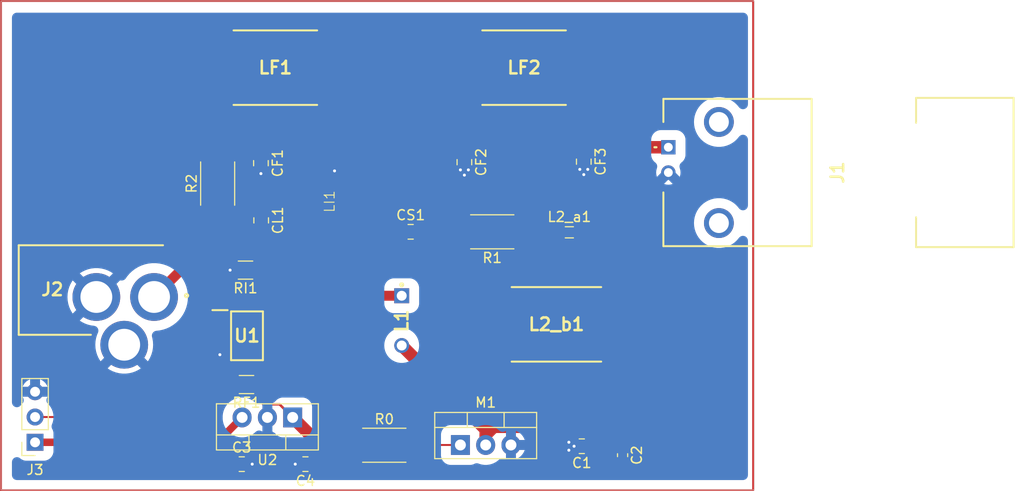
<source format=kicad_pcb>
(kicad_pcb (version 20240108) (generator "pcbnew") (generator_version "8.0")
  (title_block (title "10-meter band Class E amplifier (28-28.5 MHz)") (date "2024-11-20") (rev "alpha") (company "Ben Goldberg") (comment 1 "Input: 3V3 from RPi running FT8Pi") (comment 2 "Four modules: preamp, 12W Class E, impedance matching, low pass filter"))
  (layers (0 "F.Cu" signal) (31 "B.Cu" signal) (36 "B.SilkS" user "B.Silkscreen") (37 "F.SilkS" user "F.Silkscreen") (38 "B.Mask" user) (39 "F.Mask" user) (44 "Edge.Cuts" user))
  (net 0 "")
  (net 1 "0")
  (net 2 "Net-(U1-IN-)")
  (net 3 "Net-(U1-OUT)")
  (net 4 "Net-(C2-Pad1)")
  (net 5 "Net-(J3-Pin_1)")
  (net 6 "Net-(CF1-Pad1)")
  (net 7 "Net-(CF2-Pad1)")
  (net 8 "Net-(CL1-Pad1)")
  (net 9 "Net-(J1-In)")
  (net 10 "Net-(CL1-Pad2)")
  (net 11 "Net-(CS1-Pad2)")
  (net 12 "Net-(J2-POWER)")
  (net 13 "Net-(J3-Pin_2)")
  (net 14 "Net-(L2_a1-Pad1)")
  (net 15 "Net-(M1-G)")
  (net 16 "Net-(M1-S)")
  (footprint "Resistor_SMD:R_2512_6332Metric_Pad1.40x3.35mm_HandSolder" (layer "F.Cu") (at 143.45 100.45)
    (property "Reference" "R0" (at 0 -2.62 0) (layer "F.SilkS"))
    (property "Value" "0")
    (fp_line (start -2.177064 -1.71) (end 2.177064 -1.71) (stroke (width 0.12)) (layer "F.SilkS"))
    (fp_line (start -2.177064 1.71) (end 2.177064 1.71) (stroke (width 0.12)) (layer "F.SilkS"))
    (pad "1" smd roundrect (at -3.05 0) (size 1.4 3.35) (layers "F.Cu" "F.Paste" "F.Mask") (roundrect_rratio 0.178571) (net 3 "Net-(U1-OUT)"))
    (pad "2" smd roundrect (at 3.05 0) (size 1.4 3.35) (layers "F.Cu" "F.Paste" "F.Mask") (roundrect_rratio 0.178571) (net 15 "Net-(M1-G)"))
  )
  (footprint "Capacitor_SMD:C_0805_2012Metric_Pad1.18x1.45mm_HandSolder" (layer "F.Cu") (at 146.1 79)
    (property "Reference" "CS1" (at 0 -1.68 0) (layer "F.SilkS"))
    (property "Value" "200p")
    (fp_line (start -0.261252 -0.735) (end 0.261252 -0.735) (stroke (width 0.12)) (layer "F.SilkS"))
    (fp_line (start -0.261252 0.735) (end 0.261252 0.735) (stroke (width 0.12)) (layer "F.SilkS"))
    (pad "1" smd roundrect (at -1.0375 0) (size 1.175 1.45) (layers "F.Cu" "F.Paste" "F.Mask") (roundrect_rratio 0.212766) (net 10 "Net-(CL1-Pad2)"))
    (pad "2" smd roundrect (at 1.0375 0) (size 1.175 1.45) (layers "F.Cu" "F.Paste" "F.Mask") (roundrect_rratio 0.212766) (net 11 "Net-(CS1-Pad2)"))
  )
  (footprint "Connector_PinSocket_2.54mm:PinSocket_1x03_P2.54mm_Vertical" (layer "F.Cu") (at 108.35 100.155 180)
    (property "Reference" "J3" (at 0 -2.77 0) (layer "F.SilkS"))
    (property "Value" "Conn_01x03_Socket")
    (fp_line (start 1.33 1.27) (end 1.33 6.41) (stroke (width 0.12)) (layer "F.SilkS"))
    (fp_line (start 1.33 -1.33) (end 1.33 0) (stroke (width 0.12)) (layer "F.SilkS"))
    (fp_line (start 0 -1.33) (end 1.33 -1.33) (stroke (width 0.12)) (layer "F.SilkS"))
    (fp_line (start -1.33 6.41) (end 1.33 6.41) (stroke (width 0.12)) (layer "F.SilkS"))
    (fp_line (start -1.33 1.27) (end 1.33 1.27) (stroke (width 0.12)) (layer "F.SilkS"))
    (fp_line (start -1.33 1.27) (end -1.33 6.41) (stroke (width 0.12)) (layer "F.SilkS"))
    (pad "1" thru_hole rect (at 0 0 180) (size 1.7 1.7) (drill 1) (layers "*.Cu" "*.Mask") (net 5 "Net-(J3-Pin_1)"))
    (pad "2" thru_hole oval (at 0 2.54 180) (size 1.7 1.7) (drill 1) (layers "*.Cu" "*.Mask") (net 13 "Net-(J3-Pin_2)"))
    (pad "3" thru_hole oval (at 0 5.08 180) (size 1.7 1.7) (drill 1) (layers "*.Cu" "*.Mask") (net 1 "0"))
  )
  (footprint "Capacitor_SMD:C_0805_2012Metric_Pad1.18x1.45mm_HandSolder" (layer "F.Cu") (at 135.525 102.35 180)
    (property "Reference" "C4" (at 0 -1.68 180) (layer "F.SilkS"))
    (property "Value" "0.33u")
    (fp_line (start -0.261252 0.735) (end 0.261252 0.735) (stroke (width 0.12)) (layer "F.SilkS"))
    (fp_line (start -0.261252 -0.735) (end 0.261252 -0.735) (stroke (width 0.12)) (layer "F.SilkS"))
    (pad "1" smd roundrect (at -1.0375 0 180) (size 1.175 1.45) (layers "F.Cu" "F.Paste" "F.Mask") (roundrect_rratio 0.212766) (net 12 "Net-(J2-POWER)"))
    (pad "2" smd roundrect (at 1.0375 0 180) (size 1.175 1.45) (layers "F.Cu" "F.Paste" "F.Mask") (roundrect_rratio 0.212766) (net 1 "0"))
  )
  (footprint "wireinductor0:2929SQ391GEC" (layer "F.Cu") (at 132.5 62.5 180)
    (property "Reference" "LF1" (at 0 0 0) (layer "F.SilkS") (effects (font (size 1.27 1.27) (thickness 0.254))))
    (property "Value" "390n" (hide yes))
    (fp_line (start 4.2 3.745) (end -4.2 3.745) (stroke (width 0.2)) (layer "F.SilkS"))
    (fp_line (start -4.2 -3.745) (end 4.2 -3.745) (stroke (width 0.2)) (layer "F.SilkS"))
    (pad "1" smd rect (at -5.78 0 180) (size 2.29 8.26) (layers "F.Cu" "F.Paste" "F.Mask") (net 7 "Net-(CF2-Pad1)"))
    (pad "2" smd rect (at 5.78 0 180) (size 2.29 8.26) (layers "F.Cu" "F.Paste" "F.Mask") (net 6 "Net-(CF1-Pad1)"))
  )
  (footprint "Capacitor_SMD:C_0805_2012Metric_Pad1.18x1.45mm_HandSolder" (layer "F.Cu") (at 163.3 100.55 180)
    (property "Reference" "C1" (at 0 -1.68 180) (layer "F.SilkS"))
    (property "Value" "10p")
    (fp_line (start -0.261252 0.735) (end 0.261252 0.735) (stroke (width 0.12)) (layer "F.SilkS"))
    (fp_line (start -0.261252 -0.735) (end 0.261252 -0.735) (stroke (width 0.12)) (layer "F.SilkS"))
    (pad "1" smd roundrect (at -1.0375 0 180) (size 1.175 1.45) (layers "F.Cu" "F.Paste" "F.Mask") (roundrect_rratio 0.212766) (net 16 "Net-(M1-S)"))
    (pad "2" smd roundrect (at 1.0375 0 180) (size 1.175 1.45) (layers "F.Cu" "F.Paste" "F.Mask") (roundrect_rratio 0.212766) (net 1 "0"))
  )
  (footprint "wireinductor1:2929SQ501GEC" (layer "F.Cu") (at 160.75 88.3)
    (property "Reference" "L2_b1" (at 0 0 0) (layer "F.SilkS") (effects (font (size 1.27 1.27) (thickness 0.254))))
    (property "Value" "500n" (hide yes))
    (fp_line (start -4.5 -3.745) (end 4.5 -3.745) (stroke (width 0.2)) (layer "F.SilkS"))
    (fp_line (start -4.5 3.745) (end 4.5 3.745) (stroke (width 0.2)) (layer "F.SilkS"))
    (pad "1" smd rect (at -6.605 0) (size 2.29 8.26) (layers "F.Cu" "F.Paste" "F.Mask") (net 14 "Net-(L2_a1-Pad1)"))
    (pad "2" smd rect (at 6.605 0) (size 2.29 8.26) (layers "F.Cu" "F.Paste" "F.Mask") (net 4 "Net-(C2-Pad1)"))
  )
  (footprint "Capacitor_SMD:C_0805_2012Metric_Pad1.18x1.45mm_HandSolder" (layer "F.Cu") (at 131.075 77.85 -90)
    (property "Reference" "CL1" (at 0 -1.68 -90) (layer "F.SilkS"))
    (property "Value" "110p")
    (fp_line (start -0.261252 0.735) (end 0.261252 0.735) (stroke (width 0.12)) (layer "F.SilkS"))
    (fp_line (start -0.261252 -0.735) (end 0.261252 -0.735) (stroke (width 0.12)) (layer "F.SilkS"))
    (pad "1" smd roundrect (at -1.0375 0 270) (size 1.175 1.45) (layers "F.Cu" "F.Paste" "F.Mask") (roundrect_rratio 0.212766) (net 8 "Net-(CL1-Pad1)"))
    (pad "2" smd roundrect (at 1.0375 0 270) (size 1.175 1.45) (layers "F.Cu" "F.Paste" "F.Mask") (roundrect_rratio 0.212766) (net 10 "Net-(CL1-Pad2)"))
  )
  (footprint "Resistor_SMD:R_2512_6332Metric_Pad1.40x3.35mm_HandSolder" (layer "F.Cu") (at 154.3 79 180)
    (property "Reference" "R1" (at 0 -2.62 180) (layer "F.SilkS"))
    (property "Value" "0")
    (fp_line (start -2.177064 1.71) (end 2.177064 1.71) (stroke (width 0.12)) (layer "F.SilkS"))
    (fp_line (start -2.177064 -1.71) (end 2.177064 -1.71) (stroke (width 0.12)) (layer "F.SilkS"))
    (pad "1" smd roundrect (at -3.05 0 180) (size 1.4 3.35) (layers "F.Cu" "F.Paste" "F.Mask") (roundrect_rratio 0.178571) (net 14 "Net-(L2_a1-Pad1)"))
    (pad "2" smd roundrect (at 3.05 0 180) (size 1.4 3.35) (layers "F.Cu" "F.Paste" "F.Mask") (roundrect_rratio 0.178571) (net 11 "Net-(CS1-Pad2)"))
  )
  (footprint "Capacitor_SMD:C_0805_2012Metric_Pad1.18x1.45mm_HandSolder" (layer "F.Cu") (at 131.05 72.1 -90)
    (property "Reference" "CF1" (at 0 -1.68 -90) (layer "F.SilkS"))
    (property "Value" "120p")
    (fp_line (start -0.261252 0.735) (end 0.261252 0.735) (stroke (width 0.12)) (layer "F.SilkS"))
    (fp_line (start -0.261252 -0.735) (end 0.261252 -0.735) (stroke (width 0.12)) (layer "F.SilkS"))
    (pad "1" smd roundrect (at -1.0375 0 270) (size 1.175 1.45) (layers "F.Cu" "F.Paste" "F.Mask") (roundrect_rratio 0.212766) (net 6 "Net-(CF1-Pad1)"))
    (pad "2" smd roundrect (at 1.0375 0 270) (size 1.175 1.45) (layers "F.Cu" "F.Paste" "F.Mask") (roundrect_rratio 0.212766) (net 1 "0"))
  )
  (footprint "Package_TO_SOT_THT:TO-220-3_Vertical" (layer "F.Cu") (at 151.1 100.425)
    (property "Reference" "M1" (at 2.54 -4.27 360) (layer "F.SilkS"))
    (property "Value" "RD16HHF1")
    (fp_line (start -2.58 -3.27) (end -2.58 1.371) (stroke (width 0.12)) (layer "F.SilkS"))
    (fp_line (start -2.58 -3.27) (end 7.66 -3.27) (stroke (width 0.12)) (layer "F.SilkS"))
    (fp_line (start -2.58 -1.76) (end 7.66 -1.76) (stroke (width 0.12)) (layer "F.SilkS"))
    (fp_line (start -2.58 1.371) (end 7.66 1.371) (stroke (width 0.12)) (layer "F.SilkS"))
    (fp_line (start 0.69 -3.27) (end 0.69 -1.76) (stroke (width 0.12)) (layer "F.SilkS"))
    (fp_line (start 4.391 -3.27) (end 4.391 -1.76) (stroke (width 0.12)) (layer "F.SilkS"))
    (fp_line (start 7.66 -3.27) (end 7.66 1.371) (stroke (width 0.12)) (layer "F.SilkS"))
    (pad "1" thru_hole oval (at 2.54 0) (size 1.905 2) (drill 1.1) (layers "*.Cu" "*.Mask") (net 16 "Net-(M1-S)"))
    (pad "2" thru_hole rect (at 0 0) (size 1.905 2) (drill 1.1) (layers "*.Cu" "*.Mask") (net 15 "Net-(M1-G)"))
    (pad "3" thru_hole oval (at 5.08 0) (size 1.905 2) (drill 1.1) (layers "*.Cu" "*.Mask") (net 1 "0"))
  )
  (footprint "barreljack:694106301002_1" (layer "F.Cu") (at 106.7095 89.35)
    (property "Reference" "J2" (at 3.376 -4.559 0) (layer "F.SilkS") (effects (font (size 1.27 1.27) (thickness 0.254))))
    (property "Value" "694106301002" (hide yes))
    (fp_line (start 0 -9) (end 14.5 -9) (stroke (width 0.2)) (layer "F.SilkS"))
    (fp_line (start 0 0) (end 0 -9) (stroke (width 0.2)) (layer "F.SilkS"))
    (fp_line (start 7.25 0) (end 0 0) (stroke (width 0.2)) (layer "F.SilkS"))
    (fp_circle (center 16.867 -3.939) (end 16.867 -3.875) (stroke (width 0.2)) (fill none) (layer "F.SilkS"))
    (pad "1" thru_hole circle (at 13.6 -3.8) (size 4.8 4.8) (drill 3.2) (layers "*.Cu" "*.Mask") (net 12 "Net-(J2-POWER)"))
    (pad "2" thru_hole circle (at 7.8 -3.8) (size 4.8 4.8) (drill 3.2) (layers "*.Cu" "*.Mask") (net 1 "0"))
    (pad "3" thru_hole circle (at 10.6 1) (size 4.8 4.8) (drill 3.2) (layers "*.Cu" "*.Mask") (net 1 "0"))
  )
  (footprint "Capacitor_SMD:C_0805_2012Metric_Pad1.18x1.45mm_HandSolder" (layer "F.Cu") (at 129.125 102.35)
    (property "Reference" "C3" (at 0 -1.68 0) (layer "F.SilkS"))
    (property "Value" "0.1u")
    (fp_line (start -0.261252 -0.735) (end 0.261252 -0.735) (stroke (width 0.12)) (layer "F.SilkS"))
    (fp_line (start -0.261252 0.735) (end 0.261252 0.735) (stroke (width 0.12)) (layer "F.SilkS"))
    (pad "1" smd roundrect (at -1.0375 0) (size 1.175 1.45) (layers "F.Cu" "F.Paste" "F.Mask") (roundrect_rratio 0.212766) (net 5 "Net-(J3-Pin_1)"))
    (pad "2" smd roundrect (at 1.0375 0) (size 1.175 1.45) (layers "F.Cu" "F.Paste" "F.Mask") (roundrect_rratio 0.212766) (net 1 "0"))
  )
  (footprint "BNC:CONBNC002" (layer "F.Cu") (at 172 70.5 -90)
    (property "Reference" "J1" (at 2.54 -16.989 90) (layer "F.SilkS") (effects (font (size 1.27 1.27) (thickness 0.254))))
    (property "Value" "Conn_Coaxial_Small" (hide yes))
    (fp_line (start 0 1.4) (end 0 1.2) (stroke (width 0.2)) (layer "F.SilkS"))
    (fp_line (start 0 1.2) (end 0 1.4) (stroke (width 0.2)) (layer "F.SilkS"))
    (fp_line (start -4.86 0.5) (end -2.54 0.5) (stroke (width 0.2)) (layer "F.SilkS"))
    (fp_line (start -4.86 0.5) (end -4.86 -14.4) (stroke (width 0.2)) (layer "F.SilkS"))
    (fp_line (start 9.94 0.5) (end 4.54 0.5) (stroke (width 0.2)) (layer "F.SilkS"))
    (fp_line (start -4.86 -14.4) (end 9.94 -14.4) (stroke (width 0.2)) (layer "F.SilkS"))
    (fp_line (start 9.94 -14.4) (end 9.94 0.5) (stroke (width 0.2)) (layer "F.SilkS"))
    (fp_line (start -4.96 -24.9) (end -4.96 -34.7) (stroke (width 0.2)) (layer "F.SilkS"))
    (fp_line (start -2.46 -24.9) (end -4.96 -24.9) (stroke (width 0.2)) (layer "F.SilkS"))
    (fp_line (start 7.54 -24.9) (end 7.04 -24.9) (stroke (width 0.2)) (layer "F.SilkS"))
    (fp_line (start 10.04 -24.9) (end 7.54 -24.9) (stroke (width 0.2)) (layer "F.SilkS"))
    (fp_line (start -4.96 -34.7) (end 10.04 -34.7) (stroke (width 0.2)) (layer "F.SilkS"))
    (fp_line (start 10.04 -34.7) (end 10.04 -24.9) (stroke (width 0.2)) (layer "F.SilkS"))
    (pad "1" thru_hole rect (at 0 0 270) (size 1.446 1.446) (drill 0.89) (layers "*.Cu" "*.Mask") (net 9 "Net-(J1-In)"))
    (pad "2" thru_hole circle (at 2.54 0 270) (size 1.446 1.446) (drill 0.89) (layers "*.Cu" "*.Mask") (net 1 "0"))
    (pad "MH1" thru_hole circle (at -2.54 -5.08 270) (size 3 3) (drill 2) (layers "*.Cu" "*.Mask"))
    (pad "MH2" thru_hole circle (at 7.62 -5.08 270) (size 3 3) (drill 2) (layers "*.Cu" "*.Mask"))
  )
  (footprint "Capacitor_SMD:C_0805_2012Metric_Pad1.18x1.45mm_HandSolder" (layer "F.Cu") (at 151.5 72 -90)
    (property "Reference" "CF2" (at 0 -1.68 -90) (layer "F.SilkS"))
    (property "Value" "220p")
    (fp_line (start -0.261252 0.735) (end 0.261252 0.735) (stroke (width 0.12)) (layer "F.SilkS"))
    (fp_line (start -0.261252 -0.735) (end 0.261252 -0.735) (stroke (width 0.12)) (layer "F.SilkS"))
    (pad "1" smd roundrect (at -1.0375 0 270) (size 1.175 1.45) (layers "F.Cu" "F.Paste" "F.Mask") (roundrect_rratio 0.212766) (net 7 "Net-(CF2-Pad1)"))
    (pad "2" smd roundrect (at 1.0375 0 270) (size 1.175 1.45) (layers "F.Cu" "F.Paste" "F.Mask") (roundrect_rratio 0.212766) (net 1 "0"))
  )
  (footprint "Capacitor_SMD:C_0805_2012Metric_Pad1.18x1.45mm_HandSolder" (layer "F.Cu") (at 163.5 71.95 -90)
    (property "Reference" "CF3" (at 0 -1.68 -90) (layer "F.SilkS"))
    (property "Value" "120p")
    (fp_line (start -0.261252 0.735) (end 0.261252 0.735) (stroke (width 0.12)) (layer "F.SilkS"))
    (fp_line (start -0.261252 -0.735) (end 0.261252 -0.735) (stroke (width 0.12)) (layer "F.SilkS"))
    (pad "1" smd roundrect (at -1.0375 0 270) (size 1.175 1.45) (layers "F.Cu" "F.Paste" "F.Mask") (roundrect_rratio 0.212766) (net 9 "Net-(J1-In)"))
    (pad "2" smd roundrect (at 1.0375 0 270) (size 1.175 1.45) (layers "F.Cu" "F.Paste" "F.Mask") (roundrect_rratio 0.212766) (net 1 "0"))
  )
  (footprint "LT1818:SOIC127P599X175-8N" (layer "F.Cu") (at 129.65 89.45)
    (property "Reference" "U1" (at 0 0 360) (layer "F.SilkS") (effects (font (size 1.27 1.27) (thickness 0.254))))
    (property "Value" "LT1818" (hide yes))
    (fp_line (start -3.475 -2.58) (end -1.95 -2.58) (stroke (width 0.2)) (layer "F.SilkS"))
    (fp_line (start -1.6 -2.451) (end 1.6 -2.451) (stroke (width 0.2)) (layer "F.SilkS"))
    (fp_line (start -1.6 2.451) (end -1.6 -2.451) (stroke (width 0.2)) (layer "F.SilkS"))
    (fp_line (start 1.6 -2.451) (end 1.6 2.451) (stroke (width 0.2)) (layer "F.SilkS"))
    (fp_line (start 1.6 2.451) (end -1.6 2.451) (stroke (width 0.2)) (layer "F.SilkS"))
    (pad "1" smd rect (at -2.712 -1.905 90) (size 0.65 1.526) (layers "F.Cu" "F.Paste" "F.Mask"))
    (pad "2" smd rect (at -2.712 -0.635 90) (size 0.65 1.526) (layers "F.Cu" "F.Paste" "F.Mask") (net 2 "Net-(U1-IN-)"))
    (pad "3" smd rect (at -2.712 0.635 90) (size 0.65 1.526) (layers "F.Cu" "F.Paste" "F.Mask") (net 13 "Net-(J3-Pin_2)"))
    (pad "4" smd rect (at -2.712 1.905 90) (size 0.65 1.526) (layers "F.Cu" "F.Paste" "F.Mask") (net 1 "0"))
    (pad "5" smd rect (at 2.712 1.905 90) (size 0.65 1.526) (layers "F.Cu" "F.Paste" "F.Mask"))
    (pad "6" smd rect (at 2.712 0.635 90) (size 0.65 1.526) (layers "F.Cu" "F.Paste" "F.Mask") (net 3 "Net-(U1-OUT)"))
    (pad "7" smd rect (at 2.712 -0.635 90) (size 0.65 1.526) (layers "F.Cu" "F.Paste" "F.Mask") (net 12 "Net-(J2-POWER)"))
    (pad "8" smd rect (at 2.712 -1.905 90) (size 0.65 1.526) (layers "F.Cu" "F.Paste" "F.Mask"))
  )
  (footprint "Resistor_SMD:R_2512_6332Metric_Pad1.40x3.35mm_HandSolder" (layer "F.Cu") (at 126.7 74.15 90)
    (property "Reference" "R2" (at 0 -2.62 90) (layer "F.SilkS"))
    (property "Value" "0")
    (fp_line (start -2.177064 -1.71) (end 2.177064 -1.71) (stroke (width 0.12)) (layer "F.SilkS"))
    (fp_line (start -2.177064 1.71) (end 2.177064 1.71) (stroke (width 0.12)) (layer "F.SilkS"))
    (pad "1" smd roundrect (at -3.05 0 90) (size 1.4 3.35) (layers "F.Cu" "F.Paste" "F.Mask") (roundrect_rratio 0.178571) (net 8 "Net-(CL1-Pad1)"))
    (pad "2" smd roundrect (at 3.05 0 90) (size 1.4 3.35) (layers "F.Cu" "F.Paste" "F.Mask") (roundrect_rratio 0.178571) (net 6 "Net-(CF1-Pad1)"))
  )
  (footprint "Capacitor_SMD:C_0603_1608Metric_Pad1.08x0.95mm_HandSolder" (layer "F.Cu") (at 167.4 101.45 -90)
    (property "Reference" "C2" (at 0 -1.43 -90) (layer "F.SilkS"))
    (property "Value" "100pF")
    (fp_line (start -0.146267 0.51) (end 0.146267 0.51) (stroke (width 0.12)) (layer "F.SilkS"))
    (fp_line (start -0.146267 -0.51) (end 0.146267 -0.51) (stroke (width 0.12)) (layer "F.SilkS"))
    (pad "1" smd roundrect (at -0.8625 0 270) (size 1.075 0.95) (layers "F.Cu" "F.Paste" "F.Mask") (net 4 "Net-(C2-Pad1)"))
    (pad "2" smd roundrect (at 0.8625 0 270) (size 1.075 0.95) (layers "F.Cu" "F.Paste" "F.Mask") (net 16 "Net-(M1-S)"))
  )
  (footprint "Package_TO_SOT_THT:TO-220-3_Vertical" (layer "F.Cu") (at 134.24 97.655 180)
    (property "Reference" "U2" (at 2.54 -4.27 0) (layer "F.SilkS"))
    (property "Value" "LM7805_TO220")
    (fp_line (start 7.66 -3.27) (end 7.66 1.371) (stroke (width 0.12)) (layer "F.SilkS"))
    (fp_line (start 4.391 -3.27) (end 4.391 -1.76) (stroke (width 0.12)) (layer "F.SilkS"))
    (fp_line (start 0.69 -3.27) (end 0.69 -1.76) (stroke (width 0.12)) (layer "F.SilkS"))
    (fp_line (start -2.58 1.371) (end 7.66 1.371) (stroke (width 0.12)) (layer "F.SilkS"))
    (fp_line (start -2.58 -1.76) (end 7.66 -1.76) (stroke (width 0.12)) (layer "F.SilkS"))
    (fp_line (start -2.58 -3.27) (end 7.66 -3.27) (stroke (width 0.12)) (layer "F.SilkS"))
    (fp_line (start -2.58 -3.27) (end -2.58 1.371) (stroke (width 0.12)) (layer "F.SilkS"))
    (pad "1" thru_hole rect (at 0 0 180) (size 1.905 2) (drill 1.1) (layers "*.Cu" "*.Mask") (net 12 "Net-(J2-POWER)"))
    (pad "2" thru_hole oval (at 2.54 0 180) (size 1.905 2) (drill 1.1) (layers "*.Cu" "*.Mask") (net 1 "0"))
    (pad "3" thru_hole oval (at 5.08 0 180) (size 1.905 2) (drill 1.1) (layers "*.Cu" "*.Mask") (net 5 "Net-(J3-Pin_1)"))
  )
  (footprint "Inductor_SMD:L_0805_2012Metric_Pad1.05x1.20mm_HandSolder" (layer "F.Cu") (at 162.05 79.05)
    (property "Reference" "L2_a1" (at 0 -1.55 0) (layer "F.SilkS"))
    (property "Value" "1.5µ")
    (fp_line (start -0.410242 -0.56) (end 0.410242 -0.56) (stroke (width 0.12)) (layer "F.SilkS"))
    (fp_line (start -0.410242 0.56) (end 0.410242 0.56) (stroke (width 0.12)) (layer "F.SilkS"))
    (pad "1" smd roundrect (at -1.15 0) (size 1.05 1.2) (layers "F.Cu" "F.Paste" "F.Mask") (roundrect_rratio 0.238095) (net 14 "Net-(L2_a1-Pad1)"))
    (pad "2" smd roundrect (at 1.15 0) (size 1.05 1.2) (layers "F.Cu" "F.Paste" "F.Mask") (roundrect_rratio 0.238095) (net 4 "Net-(C2-Pad1)"))
  )
  (footprint "custom:130nH_WLQC2222H0GR13LB" (layer "F.Cu") (at 138.45 75.95 90)
    (property "Reference" "LI1" (at 0 -0.5 90) (layer "F.SilkS") (effects (font (thickness 0.1))))
    (property "Value" "130n")
    (pad "1" smd rect (at -3.11 0 90) (size 2.16 6.73) (layers "F.Cu" "F.Paste" "F.Mask") (net 10 "Net-(CL1-Pad2)"))
    (pad "2" smd rect (at 3.11 0 90) (size 2.16 6.73) (layers "F.Cu" "F.Paste" "F.Mask") (net 1 "0"))
  )
  (footprint "10uH:B82144B__6.5D_" (layer "F.Cu") (at 145.2 85.425 -90)
    (property "Reference" "L1" (at 2.525 0 90) (layer "F.SilkS") (effects (font (size 1.27 1.27) (thickness 0.254))))
    (property "Value" "10µH" (hide yes))
    (fp_circle (center -1.1 0) (end -1.1 0.05) (stroke (width 0.2)) (fill none) (layer "F.SilkS"))
    (pad "1" thru_hole rect (at 0 0 270) (size 1.5 1.5) (drill 1) (layers "*.Cu" "*.Mask") (net 12 "Net-(J2-POWER)"))
    (pad "2" thru_hole circle (at 5 0 270) (size 1.5 1.5) (drill 1) (layers "*.Cu" "*.Mask") (net 16 "Net-(M1-S)"))
  )
  (footprint "Resistor_SMD:R_1206_3216Metric_Pad1.30x1.75mm_HandSolder" (layer "F.Cu") (at 129.5 82.85 180)
    (property "Reference" "RI1" (at 0 -1.82 0) (layer "F.SilkS"))
    (property "Value" "1k")
    (fp_line (start -0.727064 0.91) (end 0.727064 0.91) (stroke (width 0.12)) (layer "F.SilkS"))
    (fp_line (start -0.727064 -0.91) (end 0.727064 -0.91) (stroke (width 0.12)) (layer "F.SilkS"))
    (pad "1" smd roundrect (at -1.55 0 180) (size 1.3 1.75) (layers "F.Cu" "F.Paste" "F.Mask") (roundrect_rratio 0.192308) (net 2 "Net-(U1-IN-)"))
    (pad "2" smd roundrect (at 1.55 0 180) (size 1.3 1.75) (layers "F.Cu" "F.Paste" "F.Mask") (roundrect_rratio 0.192308) (net 1 "0"))
  )
  (footprint "wireinductor0:2929SQ391GEC" (layer "F.Cu") (at 157.5 62.5 180)
    (property "Reference" "LF2" (at 0 0 0) (layer "F.SilkS") (effects (font (size 1.27 1.27) (thickness 0.254))))
    (property "Value" "390n" (hide yes))
    (fp_line (start 4.2 3.745) (end -4.2 3.745) (stroke (width 0.2)) (layer "F.SilkS"))
    (fp_line (start -4.2 -3.745) (end 4.2 -3.745) (stroke (width 0.2)) (layer "F.SilkS"))
    (pad "1" smd rect (at -5.78 0 180) (size 2.29 8.26) (layers "F.Cu" "F.Paste" "F.Mask") (net 9 "Net-(J1-In)"))
    (pad "2" smd rect (at 5.78 0 180) (size 2.29 8.26) (layers "F.Cu" "F.Paste" "F.Mask") (net 7 "Net-(CF2-Pad1)"))
  )
  (footprint "Resistor_SMD:R_1206_3216Metric_Pad1.30x1.75mm_HandSolder" (layer "F.Cu") (at 129.6 94.35 180)
    (property "Reference" "RF1" (at 0 -1.82 360) (layer "F.SilkS"))
    (property "Value" "3.3k")
    (fp_line (start -0.727064 0.91) (end 0.727064 0.91) (stroke (width 0.12)) (layer "F.SilkS"))
    (fp_line (start -0.727064 -0.91) (end 0.727064 -0.91) (stroke (width 0.12)) (layer "F.SilkS"))
    (pad "1" smd roundrect (at -1.55 0 180) (size 1.3 1.75) (layers "F.Cu" "F.Paste" "F.Mask") (roundrect_rratio 0.192308) (net 3 "Net-(U1-OUT)"))
    (pad "2" smd roundrect (at 1.55 0 180) (size 1.3 1.75) (layers "F.Cu" "F.Paste" "F.Mask") (roundrect_rratio 0.192308) (net 2 "Net-(U1-IN-)"))
  )
  (gr_rect (start 104.925 55.8) (end 180.525 104.975) (stroke (width 0.2)) (fill none) (layer "F.Cu"))
  (gr_rect (start 104.925 55.8) (end 180.65 104.95) (stroke (width 0.05)) (fill none) (layer "Edge.Cuts"))
  (segment (start 163.525 72.925) (end 163.5 72.9) (width 0.2) (layer "F.Cu") (net 1))
  (segment (start 117.3095 88.35) (end 117.3095 90.35) (width 0.2) (layer "F.Cu") (net 1))
  (segment (start 163.575 72.925) (end 163.525 72.925) (width 0.2) (layer "F.Cu") (net 1))
  (via (at 138.45 72.875) (size 0.6) (drill 0.3) (layers "F.Cu" "B.Cu") (net 1))
  (via (at 163.5 73.25) (size 0.6) (drill 0.3) (layers "F.Cu" "B.Cu") (net 1))
  (via (at 163.1 72.725) (size 0.6) (drill 0.3) (layers "F.Cu" "B.Cu") (net 1))
  (via (at 134.5 102.35) (size 0.6) (drill 0.3) (layers "F.Cu" "B.Cu") (net 1))
  (via (at 162 100.15) (size 0.6) (drill 0.3) (layers "F.Cu" "B.Cu") (net 1))
  (via (at 151.5 73.3) (size 0.6) (drill 0.3) (layers "F.Cu" "B.Cu") (net 1))
  (via (at 151.9 72.775) (size 0.6) (drill 0.3) (layers "F.Cu" "B.Cu") (net 1))
  (via (at 127.95 82.85) (size 0.6) (drill 0.3) (layers "F.Cu" "B.Cu") (net 1))
  (via (at 151.1 72.775) (size 0.6) (drill 0.3) (layers "F.Cu" "B.Cu") (net 1))
  (via (at 126.925 91.35) (size 0.6) (drill 0.3) (layers "F.Cu" "B.Cu") (net 1))
  (via (at 131.05 73.15) (size 0.6) (drill 0.3) (layers "F.Cu" "B.Cu") (net 1))
  (via (at 163.9 72.725) (size 0.6) (drill 0.3) (layers "F.Cu" "B.Cu") (net 1))
  (via (at 162 100.95) (size 0.6) (drill 0.3) (layers "F.Cu" "B.Cu") (net 1))
  (via (at 162.525 100.55) (size 0.6) (drill 0.3) (layers "F.Cu" "B.Cu") (net 1))
  (via (at 130.175 102.35) (size 0.6) (drill 0.3) (layers "F.Cu" "B.Cu") (net 1))
  (segment (start 134.55 102.325) (end 134.525 102.35) (width 0.2) (layer "B.Cu") (net 1))
  (segment (start 151.4 72.85) (end 151.475 72.925) (width 0.2) (layer "B.Cu") (net 1))
  (segment (start 108.35 95.075) (end 108.35 95.1) (width 0.2) (layer "B.Cu") (net 1))
  (segment (start 138.3 73.025) (end 138.475 72.85) (width 0.2) (layer "B.Cu") (net 1))
  (segment (start 163.69 73.04) (end 163.575 72.925) (width 0.2) (layer "B.Cu") (net 1))
  (segment (start 127.376 88.815) (end 131.05 85.141) (width 0.2) (layer "F.Cu") (net 2))
  (segment (start 128.05 89.489) (end 128.05 94.35) (width 0.2) (layer "F.Cu") (net 2))
  (segment (start 131.05 82.85) (end 130.975 82.85) (width 0.2) (layer "F.Cu") (net 2))
  (segment (start 126.938 88.815) (end 127.376 88.815) (width 0.2) (layer "F.Cu") (net 2))
  (segment (start 130.975 82.85) (end 130.95 82.825) (width 0.2) (layer "F.Cu") (net 2))
  (segment (start 131.05 85.141) (end 131.05 82.85) (width 0.2) (layer "F.Cu") (net 2))
  (segment (start 127.376 88.815) (end 128.05 89.489) (width 0.2) (layer "F.Cu") (net 2))
  (segment (start 131.15 90.859) (end 131.15 94.35) (width 0.2) (layer "F.Cu") (net 3))
  (segment (start 138.4 94.35) (end 140.4 96.35) (width 0.2) (layer "F.Cu") (net 3))
  (segment (start 132.362 90.085) (end 131.924 90.085) (width 0.2) (layer "F.Cu") (net 3))
  (segment (start 131.15 94.35) (end 138.4 94.35) (width 0.2) (layer "F.Cu") (net 3))
  (segment (start 140.4 96.35) (end 140.4 100.45) (width 0.2) (layer "F.Cu") (net 3))
  (segment (start 131.924 90.085) (end 131.15 90.859) (width 0.2) (layer "F.Cu") (net 3))
  (segment (start 167.4 96.575) (end 167.45 96.575) (width 0.2) (layer "F.Cu") (net 4))
  (segment (start 167.45 96.575) (end 167.45 95.925) (width 0.2) (layer "F.Cu") (net 4))
  (segment (start 167.355 83.2925) (end 163.1125 79.05) (width 1.25) (layer "F.Cu") (net 4))
  (segment (start 167.355 83.2925) (end 167.355 88.3) (width 1.25) (layer "F.Cu") (net 4))
  (segment (start 167.4 88.345) (end 167.4 100.5875) (width 1.25) (layer "F.Cu") (net 4))
  (segment (start 167.4 88.345) (end 167.355 88.3) (width 0.2) (layer "F.Cu") (net 4))
  (segment (start 126.66 100.155) (end 128.0875 101.5825) (width 0.75) (layer "F.Cu") (net 5))
  (segment (start 128.0875 101.5825) (end 128.0875 102.35) (width 0.75) (layer "F.Cu") (net 5))
  (segment (start 126.66 100.155) (end 108.35 100.155) (width 0.75) (layer "F.Cu") (net 5))
  (segment (start 129.16 97.655) (end 126.66 100.155) (width 0.75) (layer "F.Cu") (net 5))
  (segment (start 126.72 71.1675) (end 126.7 71.1875) (width 0.2) (layer "F.Cu") (net 6))
  (segment (start 126.7375 71.15) (end 126.7 71.1875) (width 0.2) (layer "F.Cu") (net 6))
  (segment (start 126.7375 71.0625) (end 126.72 71.045) (width 0.2) (layer "F.Cu") (net 6))
  (segment (start 126.72 71.045) (end 126.72 62.5) (width 1.25) (layer "F.Cu") (net 6))
  (segment (start 126.7375 71.0625) (end 126.7 71.1) (width 0.2) (layer "F.Cu") (net 6))
  (segment (start 131.05 71.0625) (end 126.7375 71.0625) (width 1.25) (layer "F.Cu") (net 6))
  (segment (start 151.5 70.9625) (end 151.5 62.72) (width 1.25) (layer "F.Cu") (net 7))
  (segment (start 151.72 70.83) (end 151.5 71.05) (width 0.2) (layer "F.Cu") (net 7))
  (segment (start 151.5 62.72) (end 151.72 62.5) (width 0.2) (layer "F.Cu") (net 7))
  (segment (start 138.28 62.5) (end 151.72 62.5) (width 1.25) (layer "F.Cu") (net 7))
  (segment (start 130.8625 77.1125) (end 131.05 77.3) (width 0.2) (layer "F.Cu") (net 8))
  (segment (start 129.5125 76.8125) (end 131.075 76.8125) (width 1.25) (layer "F.Cu") (net 8))
  (segment (start 129.125 77.2) (end 126.7 77.2) (width 1.25) (layer "F.Cu") (net 8))
  (segment (start 127.0875 76.8125) (end 126.7 77.2) (width 0.2) (layer "F.Cu") (net 8))
  (segment (start 129.5125 76.8125) (end 129.125 77.2) (width 1.25) (layer "F.Cu") (net 8))
  (segment (start 163.5 62.72) (end 163.28 62.5) (width 0.2) (layer "F.Cu") (net 9))
  (segment (start 163.28 70.78) (end 163.5 71) (width 0.2) (layer "F.Cu") (net 9))
  (segment (start 163.9125 70.5) (end 163.5 70.9125) (width 0.2) (layer "F.Cu") (net 9))
  (segment (start 164 70.5) (end 163.5 71) (width 0.2) (layer "F.Cu") (net 9))
  (segment (start 163.5 70.9125) (end 163.5 62.72) (width 1.25) (layer "F.Cu") (net 9))
  (segment (start 172 70.5) (end 163.9125 70.5) (width 1.25) (layer "F.Cu") (net 9))
  (segment (start 138.31 79.2) (end 138.45 79.06) (width 0.2) (layer "F.Cu") (net 10))
  (segment (start 138.2775 78.8875) (end 138.45 79.06) (width 0.2) (layer "F.Cu") (net 10))
  (segment (start 138.51 79) (end 138.45 79.06) (width 0.2) (layer "F.Cu") (net 10))
  (segment (start 145.00125 79) (end 138.44875 79) (width 1.25) (layer "F.Cu") (net 10))
  (segment (start 131.075 78.8875) (end 138.2775 78.8875) (width 1.25) (layer "F.Cu") (net 10))
  (segment (start 151.33125 79) (end 147.21875 79) (width 1.25) (layer "F.Cu") (net 11))
  (segment (start 132.03 88.815) (end 132.362 88.815) (width 0.2) (layer "F.Cu") (net 12))
  (segment (start 136.00043 85.425) (end 136.00043 86.09957) (width 1) (layer "F.Cu") (net 12))
  (segment (start 120.3095 85.55) (end 125.4195 80.44) (width 1) (layer "F.Cu") (net 12))
  (segment (start 132.8 88.815) (end 132.362 88.815) (width 0.2) (layer "F.Cu") (net 12))
  (segment (start 133.285 88.815) (end 132.362 88.815) (width 1) (layer "F.Cu") (net 12))
  (segment (start 125.4195 80.44) (end 131.01543 80.44) (width 1) (layer "F.Cu") (net 12))
  (segment (start 131.944 88.815) (end 132.362 88.815) (width 0.2) (layer "F.Cu") (net 12))
  (segment (start 130.05 95.0951) (end 131.2849 96.33) (width 0.25) (layer "F.Cu") (net 12))
  (segment (start 136.00043 86.09957) (end 133.285 88.815) (width 1) (layer "F.Cu") (net 12))
  (segment (start 136.00043 85.425) (end 145.2 85.425) (width 1) (layer "F.Cu") (net 12))
  (segment (start 130.05 90.795) (end 132.03 88.815) (width 0.25) (layer "F.Cu") (net 12))
  (segment (start 131.01543 80.44) (end 136.00043 85.425) (width 1) (layer "F.Cu") (net 12))
  (segment (start 130.05 90.795) (end 130.05 95.0951) (width 0.25) (layer "F.Cu") (net 12))
  (segment (start 131.2849 96.33) (end 132.915 96.33) (width 0.25) (layer "F.Cu") (net 12))
  (segment (start 136.5625 99.9775) (end 134.24 97.655) (width 1.25) (layer "F.Cu") (net 12))
  (segment (start 136.5625 99.9775) (end 136.5625 102.35) (width 1.25) (layer "F.Cu") (net 12))
  (segment (start 132.915 96.33) (end 134.24 97.655) (width 0.25) (layer "F.Cu") (net 12))
  (segment (start 126.938 90.085) (end 126.5 90.085) (width 0.2) (layer "F.Cu") (net 13))
  (segment (start 126.5 90.085) (end 118.97 97.615) (width 0.2) (layer "F.Cu") (net 13))
  (segment (start 126.81 90.085) (end 126.8 90.075) (width 0.2) (layer "F.Cu") (net 13))
  (segment (start 118.97 97.615) (end 108.35 97.615) (width 0.2) (layer "F.Cu") (net 13))
  (segment (start 157.675 79.05) (end 160.775 79.05) (width 1.25) (layer "F.Cu") (net 14))
  (segment (start 154.145 82.205) (end 154.145 88.3) (width 1.25) (layer "F.Cu") (net 14))
  (segment (start 157.35 79) (end 157.75 79) (width 0.2) (layer "F.Cu") (net 14))
  (segment (start 157.4 79.05) (end 157.35 79) (width 0.2) (layer "F.Cu") (net 14))
  (segment (start 157.3125 79.05) (end 157.2625 79) (width 0.2) (layer "F.Cu") (net 14))
  (segment (start 157.75 79) (end 157.8 79.05) (width 0.2) (layer "F.Cu") (net 14))
  (segment (start 154.145 82.205) (end 157.35 79) (width 1.25) (layer "F.Cu") (net 14))
  (segment (start 151.1 100.425) (end 146.4375 100.425) (width 0.2) (layer "F.Cu") (net 15))
  (segment (start 153.64 99.41) (end 153.64 100.425) (width 1.25) (layer "F.Cu") (net 16))
  (segment (start 153.64 100.425) (end 153.64 98.865) (width 1.25) (layer "F.Cu") (net 16))
  (segment (start 166.1 102.3125) (end 164.3375 100.55) (width 1.25) (layer "F.Cu") (net 16))
  (segment (start 164.3375 100.55) (end 164.3375 99.825) (width 1.25) (layer "F.Cu") (net 16))
  (segment (start 164.3375 99.825) (end 163.1125 98.6) (width 1.25) (layer "F.Cu") (net 16))
  (segment (start 163.1125 98.6) (end 154.45 98.6) (width 1.25) (layer "F.Cu") (net 16))
  (segment (start 166.1 102.3125) (end 167.4 102.3125) (width 1.25) (layer "F.Cu") (net 16))
  (segment (start 153.64 98.865) (end 145.2 90.425) (width 1.25) (layer "F.Cu") (net 16))
  (segment (start 154.45 98.6) (end 153.64 99.41) (width 1.25) (layer "F.Cu") (net 16))
  (zone (net 1) (net_name "0") (layer "B.Cu") (connect_pads (clearance 1)) (min_thickness 1) (fill yes (thermal_gap 0.5) (thermal_bridge_width 1))
    (polygon (pts (xy 106.025 103.95) (xy 180 103.95) (xy 180 56.975) (xy 180 56.975) (xy 106.025 56.975)))
  )
)
</source>
